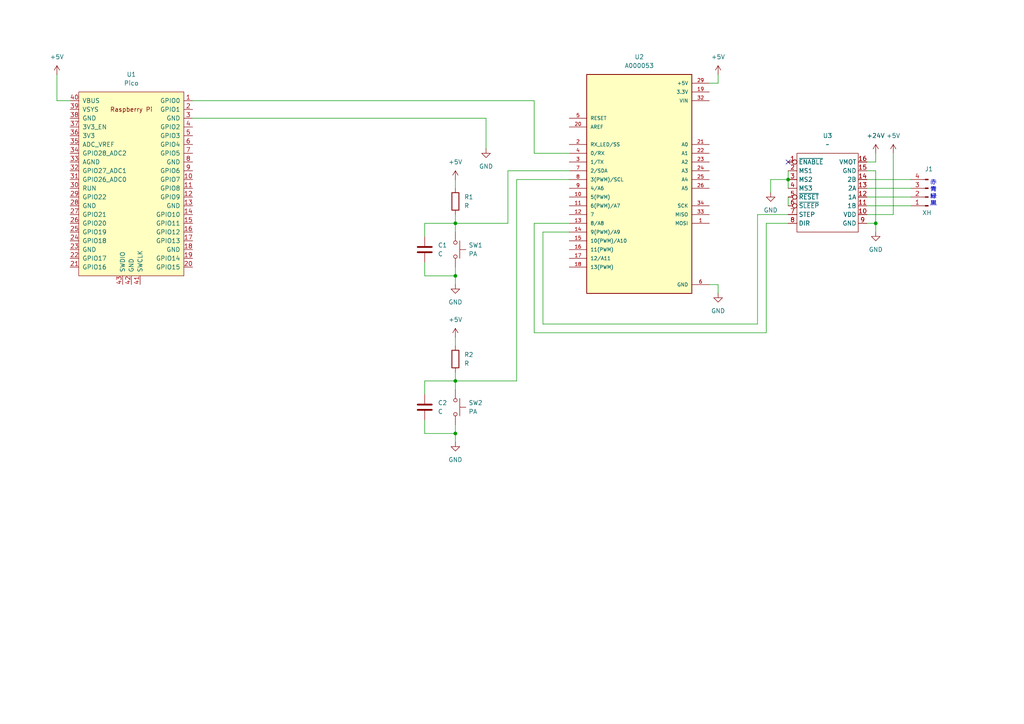
<source format=kicad_sch>
(kicad_sch (version 20250114) (generator "eeschema") (generator_version "9.0")
  (paper "A4")
  (lib_symbols
    (symbol "AllegroMicrosystems:A4988_Module"
      (property "Reference" "U" (at 0 0 0))
      (symbol "A4988_Module_0_1"
        (rectangle (start -8.89 7.62) (end 8.89 -15.24))
      )
      (symbol "A4988_Module_1_1"
        (pin input inverted (at -11.43 5.08 0) (length 2.54) (name "~{ENABLE}") (number "1"))
        (pin input line (at -11.43 2.54 0) (length 2.54) (name "MS1") (number "2"))
        (pin input line (at -11.43 0 0) (length 2.54) (name "MS2") (number "3"))
        (pin input line (at -11.43 -2.54 0) (length 2.54) (name "MS3") (number "4"))
        (pin input inverted (at -11.43 -5.08 0) (length 2.54) (name "~{RESET}") (number "5"))
        (pin input inverted (at -11.43 -7.62 0) (length 2.54) (name "~{SLEEP}") (number "6"))
        (pin input line (at -11.43 -10.16 0) (length 2.54) (name "STEP") (number "7"))
        (pin input line (at -11.43 -12.7 0) (length 2.54) (name "DIR") (number "8"))
        (pin power_in line (at 11.43 5.08 180) (length 2.54) (name "VMOT") (number "16"))
        (pin power_in line (at 11.43 2.54 180) (length 2.54) (name "GND") (number "15"))
        (pin passive line (at 11.43 0 180) (length 2.54) (name "2B") (number "14"))
        (pin passive line (at 11.43 -2.54 180) (length 2.54) (name "2A") (number "13"))
        (pin passive line (at 11.43 -5.08 180) (length 2.54) (name "1A") (number "12"))
        (pin passive line (at 11.43 -7.62 180) (length 2.54) (name "1B") (number "11"))
        (pin power_in line (at 11.43 -10.16 180) (length 2.54) (name "VDD") (number "10"))
        (pin power_in line (at 11.43 -12.7 180) (length 2.54) (name "GND") (number "9"))
      )
    )
    (symbol "ArduinoMicro:A000053" (pin_names (offset 1.016))
      (property "Reference" "U" (at -15.24 31.75 0))
      (property "Value" "A000053" (at -15.24 -34.29 0))
      (symbol "A000053_0_0"
        (rectangle (start -15.24 -33.02) (end 15.24 30.48) (stroke (width 0.254)) (fill (type background)))
        (pin input line (at -20.32 17.78 0) (length 5.08) (hide yes) (name "RESET") (number "30"))
        (pin input line (at -20.32 17.78 0) (length 5.08) (name "RESET") (number "5"))
        (pin input line (at -20.32 15.24 0) (length 5.08) (name "AREF") (number "20"))
        (pin bidirectional line (at -20.32 10.16 0) (length 5.08) (name "RX_LED/SS") (number "2"))
        (pin bidirectional line (at -20.32 7.62 0) (length 5.08) (name "0/RX") (number "4"))
        (pin bidirectional line (at -20.32 5.08 0) (length 5.08) (name "1/TX") (number "3"))
        (pin bidirectional line (at -20.32 2.54 0) (length 5.08) (name "2/SDA") (number "7"))
        (pin bidirectional line (at -20.32 0 0) (length 5.08) (name "3(PWM)/SCL") (number "8"))
        (pin bidirectional line (at -20.32 -2.54 0) (length 5.08) (name "4/A6") (number "9"))
        (pin bidirectional line (at -20.32 -5.08 0) (length 5.08) (name "5(PWM)") (number "10"))
        (pin bidirectional line (at -20.32 -7.62 0) (length 5.08) (name "6(PWM)/A7") (number "11"))
        (pin bidirectional line (at -20.32 -10.16 0) (length 5.08) (name "7") (number "12"))
        (pin bidirectional line (at -20.32 -12.7 0) (length 5.08) (name "8/A8") (number "13"))
        (pin bidirectional line (at -20.32 -15.24 0) (length 5.08) (name "9(PWM)/A9") (number "14"))
        (pin bidirectional line (at -20.32 -17.78 0) (length 5.08) (name "10(PWM)/A10") (number "15"))
        (pin bidirectional line (at -20.32 -20.32 0) (length 5.08) (name "11(PWM)") (number "16"))
        (pin bidirectional line (at -20.32 -22.86 0) (length 5.08) (name "12/A11") (number "17"))
        (pin bidirectional line (at -20.32 -25.4 0) (length 5.08) (name "13(PWM)") (number "18"))
        (pin power_in line (at 20.32 27.94 180) (length 5.08) (name "+5V") (number "29"))
        (pin power_in line (at 20.32 25.4 180) (length 5.08) (name "3.3V") (number "19"))
        (pin power_in line (at 20.32 22.86 180) (length 5.08) (name "VIN") (number "32"))
        (pin bidirectional line (at 20.32 10.16 180) (length 5.08) (name "A0") (number "21"))
        (pin bidirectional line (at 20.32 7.62 180) (length 5.08) (name "A1") (number "22"))
        (pin bidirectional line (at 20.32 5.08 180) (length 5.08) (name "A2") (number "23"))
        (pin bidirectional line (at 20.32 2.54 180) (length 5.08) (name "A3") (number "24"))
        (pin bidirectional line (at 20.32 0 180) (length 5.08) (name "A4") (number "25"))
        (pin bidirectional line (at 20.32 -2.54 180) (length 5.08) (name "A5") (number "26"))
        (pin bidirectional line (at 20.32 -7.62 180) (length 5.08) (name "SCK") (number "34"))
        (pin bidirectional line (at 20.32 -10.16 180) (length 5.08) (name "MISO") (number "33"))
        (pin bidirectional line (at 20.32 -12.7 180) (length 5.08) (name "MOSI") (number "1"))
        (pin power_in line (at 20.32 -30.48 180) (length 5.08) (hide yes) (name "GND") (number "31"))
        (pin power_in line (at 20.32 -30.48 180) (length 5.08) (name "GND") (number "6"))
      )
    )
    (symbol "Connector:Conn_01x04_Pin" (pin_names (offset 1.016) (hide yes))
      (property "Reference" "J" (at 0 5.08 0))
      (property "Value" "Conn_01x04_Pin" (at 0 -7.62 0))
      (symbol "Conn_01x04_Pin_1_1"
        (rectangle (start 0.8636 2.667) (end 0 2.413) (stroke (width 0.1524)) (fill (type outline)))
        (rectangle (start 0.8636 0.127) (end 0 -0.127) (stroke (width 0.1524)) (fill (type outline)))
        (rectangle (start 0.8636 -2.413) (end 0 -2.667) (stroke (width 0.1524)) (fill (type outline)))
        (rectangle (start 0.8636 -4.953) (end 0 -5.207) (stroke (width 0.1524)) (fill (type outline)))
        (polyline (pts (xy 1.27 2.54) (xy 0.8636 2.54)) (stroke (width 0.1524)))
        (polyline (pts (xy 1.27 0) (xy 0.8636 0)) (stroke (width 0.1524)))
        (polyline (pts (xy 1.27 -2.54) (xy 0.8636 -2.54)) (stroke (width 0.1524)))
        (polyline (pts (xy 1.27 -5.08) (xy 0.8636 -5.08)) (stroke (width 0.1524)))
        (pin passive line (at 5.08 2.54 180) (length 3.81) (name "Pin_1") (number "1"))
        (pin passive line (at 5.08 0 180) (length 3.81) (name "Pin_2") (number "2"))
        (pin passive line (at 5.08 -2.54 180) (length 3.81) (name "Pin_3") (number "3"))
        (pin passive line (at 5.08 -5.08 180) (length 3.81) (name "Pin_4") (number "4"))
      )
    )
    (symbol "Device:C" (pin_numbers (hide yes)) (pin_names (offset 0.254))
      (property "Reference" "C" (at 0.635 2.54 0))
      (property "Value" "C" (at 0.635 -2.54 0))
      (symbol "C_0_1"
        (polyline (pts (xy -2.032 0.762) (xy 2.032 0.762)) (stroke (width 0.508)))
        (polyline (pts (xy -2.032 -0.762) (xy 2.032 -0.762)) (stroke (width 0.508)))
      )
      (symbol "C_1_1"
        (pin passive line (at 0 3.81 270) (length 2.794) (name "~") (number "1"))
        (pin passive line (at 0 -3.81 90) (length 2.794) (name "~") (number "2"))
      )
    )
    (symbol "Device:R" (pin_numbers (hide yes)) (pin_names (offset 0))
      (property "Reference" "R" (at 2.032 0 90))
      (property "Value" "R" (at 0 0 90))
      (symbol "R_0_1"
        (rectangle (start -1.016 -2.54) (end 1.016 2.54) (stroke (width 0.254)))
      )
      (symbol "R_1_1"
        (pin passive line (at 0 3.81 270) (length 1.27) (name "~") (number "1"))
        (pin passive line (at 0 -3.81 90) (length 1.27) (name "~") (number "2"))
      )
    )
    (symbol "MCU_RaspberryPi_and_Boards:Pico" (pin_names (offset 1.016))
      (property "Reference" "U" (at -13.97 27.94 0))
      (property "Value" "Pico" (at 0 19.05 0))
      (symbol "Pico_0_0"
        (text "Raspberry Pi" (at 0 21.59 0) (effects (font (size 1.27 1.27))))
      )
      (symbol "Pico_0_1"
        (rectangle (start -15.24 26.67) (end 15.24 -26.67) (fill (type background)))
      )
      (symbol "Pico_1_1"
        (pin bidirectional line (at -17.78 24.13 0) (length 2.54) (name "GPIO0") (number "1"))
        (pin bidirectional line (at -17.78 21.59 0) (length 2.54) (name "GPIO1") (number "2"))
        (pin power_in line (at -17.78 19.05 0) (length 2.54) (name "GND") (number "3"))
        (pin bidirectional line (at -17.78 16.51 0) (length 2.54) (name "GPIO2") (number "4"))
        (pin bidirectional line (at -17.78 13.97 0) (length 2.54) (name "GPIO3") (number "5"))
        (pin bidirectional line (at -17.78 11.43 0) (length 2.54) (name "GPIO4") (number "6"))
        (pin bidirectional line (at -17.78 8.89 0) (length 2.54) (name "GPIO5") (number "7"))
        (pin power_in line (at -17.78 6.35 0) (length 2.54) (name "GND") (number "8"))
        (pin bidirectional line (at -17.78 3.81 0) (length 2.54) (name "GPIO6") (number "9"))
        (pin bidirectional line (at -17.78 1.27 0) (length 2.54) (name "GPIO7") (number "10"))
        (pin bidirectional line (at -17.78 -1.27 0) (length 2.54) (name "GPIO8") (number "11"))
        (pin bidirectional line (at -17.78 -3.81 0) (length 2.54) (name "GPIO9") (number "12"))
        (pin power_in line (at -17.78 -6.35 0) (length 2.54) (name "GND") (number "13"))
        (pin bidirectional line (at -17.78 -8.89 0) (length 2.54) (name "GPIO10") (number "14"))
        (pin bidirectional line (at -17.78 -11.43 0) (length 2.54) (name "GPIO11") (number "15"))
        (pin bidirectional line (at -17.78 -13.97 0) (length 2.54) (name "GPIO12") (number "16"))
        (pin bidirectional line (at -17.78 -16.51 0) (length 2.54) (name "GPIO13") (number "17"))
        (pin power_in line (at -17.78 -19.05 0) (length 2.54) (name "GND") (number "18"))
        (pin bidirectional line (at -17.78 -21.59 0) (length 2.54) (name "GPIO14") (number "19"))
        (pin bidirectional line (at -17.78 -24.13 0) (length 2.54) (name "GPIO15") (number "20"))
        (pin input line (at -2.54 -29.21 90) (length 2.54) (name "SWCLK") (number "41"))
        (pin power_in line (at 0 -29.21 90) (length 2.54) (name "GND") (number "42"))
        (pin bidirectional line (at 2.54 -29.21 90) (length 2.54) (name "SWDIO") (number "43"))
        (pin unspecified line (at 17.78 24.13 180) (length 2.54) (name "VBUS") (number "40"))
        (pin unspecified line (at 17.78 21.59 180) (length 2.54) (name "VSYS") (number "39"))
        (pin bidirectional line (at 17.78 19.05 180) (length 2.54) (name "GND") (number "38"))
        (pin input line (at 17.78 16.51 180) (length 2.54) (name "3V3_EN") (number "37"))
        (pin unspecified line (at 17.78 13.97 180) (length 2.54) (name "3V3") (number "36"))
        (pin unspecified line (at 17.78 11.43 180) (length 2.54) (name "ADC_VREF") (number "35"))
        (pin bidirectional line (at 17.78 8.89 180) (length 2.54) (name "GPIO28_ADC2") (number "34"))
        (pin power_in line (at 17.78 6.35 180) (length 2.54) (name "AGND") (number "33"))
        (pin bidirectional line (at 17.78 3.81 180) (length 2.54) (name "GPIO27_ADC1") (number "32"))
        (pin bidirectional line (at 17.78 1.27 180) (length 2.54) (name "GPIO26_ADC0") (number "31"))
        (pin input line (at 17.78 -1.27 180) (length 2.54) (name "RUN") (number "30"))
        (pin bidirectional line (at 17.78 -3.81 180) (length 2.54) (name "GPIO22") (number "29"))
        (pin power_in line (at 17.78 -6.35 180) (length 2.54) (name "GND") (number "28"))
        (pin bidirectional line (at 17.78 -8.89 180) (length 2.54) (name "GPIO21") (number "27"))
        (pin bidirectional line (at 17.78 -11.43 180) (length 2.54) (name "GPIO20") (number "26"))
        (pin bidirectional line (at 17.78 -13.97 180) (length 2.54) (name "GPIO19") (number "25"))
        (pin bidirectional line (at 17.78 -16.51 180) (length 2.54) (name "GPIO18") (number "24"))
        (pin power_in line (at 17.78 -19.05 180) (length 2.54) (name "GND") (number "23"))
        (pin bidirectional line (at 17.78 -21.59 180) (length 2.54) (name "GPIO17") (number "22"))
        (pin bidirectional line (at 17.78 -24.13 180) (length 2.54) (name "GPIO16") (number "21"))
      )
    )
    (symbol "Switch:SW_MEC_5G" (pin_numbers (hide yes)) (pin_names (offset 1.016) (hide yes))
      (property "Reference" "SW" (at 1.27 2.54 0))
      (property "Value" "SW_MEC_5G" (at 0 -1.524 0))
      (symbol "SW_MEC_5G_0_1"
        (circle (center -2.032 0) (radius 0.508))
        (polyline (pts (xy 0 1.27) (xy 0 3.048)))
        (circle (center 2.032 0) (radius 0.508))
        (polyline (pts (xy 2.54 1.27) (xy -2.54 1.27)))
        (pin passive line (at -5.08 0 0) (length 2.54) (name "A") (number "1"))
        (pin passive line (at 5.08 0 180) (length 2.54) (name "B") (number "3"))
      )
      (symbol "SW_MEC_5G_1_1"
        (pin passive line (at -5.08 0 0) (length 2.54) (hide yes) (name "A") (number "2"))
        (pin passive line (at 5.08 0 180) (length 2.54) (hide yes) (name "B") (number "4"))
      )
    )
    (symbol "power:+24V" (power) (pin_numbers (hide yes)) (pin_names (offset 0) (hide yes))
      (property "Value" "+24V" (at 0 3.556 0))
      (symbol "+24V_0_1"
        (polyline (pts (xy -0.762 1.27) (xy 0 2.54)))
        (polyline (pts (xy 0 2.54) (xy 0.762 1.27)))
        (polyline (pts (xy 0 0) (xy 0 2.54)))
      )
      (symbol "+24V_1_1"
        (pin power_in line (at 0 0 90) (length 0) (name "~") (number "1"))
      )
    )
    (symbol "power:+5V" (power) (pin_numbers (hide yes)) (pin_names (offset 0) (hide yes))
      (property "Value" "+5V" (at 0 3.556 0))
      (symbol "+5V_0_1"
        (polyline (pts (xy -0.762 1.27) (xy 0 2.54)))
        (polyline (pts (xy 0 2.54) (xy 0.762 1.27)))
        (polyline (pts (xy 0 0) (xy 0 2.54)))
      )
      (symbol "+5V_1_1"
        (pin power_in line (at 0 0 90) (length 0) (name "~") (number "1"))
      )
    )
    (symbol "power:GND" (power) (pin_numbers (hide yes)) (pin_names (offset 0) (hide yes))
      (property "Value" "GND" (at 0 -3.81 0))
      (symbol "GND_0_1"
        (polyline (pts (xy 0 0) (xy 0 -1.27) (xy 1.27 -1.27) (xy 0 -2.54) (xy -1.27 -1.27) (xy 0 -1.27)))
      )
      (symbol "GND_1_1"
        (pin power_in line (at 0 0 270) (length 0) (name "~") (number "1"))
      )
    )
  )
  (text "赤\n青\n緑\n黒" (at 270.764 56.134 0) (effects (font (size 1.27 1.27))))
  (junction (at 254 64.77))
  (junction (at 228.6 52.07))
  (junction (at 132.08 110.49))
  (junction (at 132.08 80.01))
  (junction (at 132.08 125.73))
  (junction (at 132.08 64.77))
  (no_connect (at 228.6 46.99))
  (wire (pts (xy 140.97 34.29) (xy 55.88 34.29)))
  (wire (pts (xy 254 49.53) (xy 254 64.77)))
  (wire (pts (xy 219.71 93.98) (xy 219.71 62.23)))
  (wire (pts (xy 154.94 64.77) (xy 165.1 64.77)))
  (wire (pts (xy 123.19 125.73) (xy 123.19 121.92)))
  (wire (pts (xy 132.08 125.73) (xy 132.08 128.27)))
  (wire (pts (xy 132.08 107.95) (xy 132.08 110.49)))
  (wire (pts (xy 254 64.77) (xy 251.46 64.77)))
  (wire (pts (xy 228.6 52.07) (xy 223.52 52.07)))
  (wire (pts (xy 132.08 77.47) (xy 132.08 80.01)))
  (wire (pts (xy 208.28 24.13) (xy 205.74 24.13)))
  (wire (pts (xy 132.08 80.01) (xy 123.19 80.01)))
  (wire (pts (xy 165.1 52.07) (xy 149.86 52.07)))
  (wire (pts (xy 123.19 68.58) (xy 123.19 64.77)))
  (wire (pts (xy 132.08 64.77) (xy 132.08 67.31)))
  (wire (pts (xy 149.86 52.07) (xy 149.86 110.49)))
  (wire (pts (xy 251.46 57.15) (xy 264.16 57.15)))
  (wire (pts (xy 154.94 44.45) (xy 165.1 44.45)))
  (wire (pts (xy 254 46.99) (xy 251.46 46.99)))
  (wire (pts (xy 132.08 123.19) (xy 132.08 125.73)))
  (wire (pts (xy 157.48 67.31) (xy 157.48 93.98)))
  (wire (pts (xy 208.28 82.55) (xy 205.74 82.55)))
  (wire (pts (xy 16.51 29.21) (xy 20.32 29.21)))
  (wire (pts (xy 251.46 52.07) (xy 264.16 52.07)))
  (wire (pts (xy 223.52 52.07) (xy 223.52 55.88)))
  (wire (pts (xy 16.51 21.59) (xy 16.51 29.21)))
  (wire (pts (xy 228.6 49.53) (xy 228.6 52.07)))
  (wire (pts (xy 208.28 85.09) (xy 208.28 82.55)))
  (wire (pts (xy 132.08 125.73) (xy 123.19 125.73)))
  (wire (pts (xy 208.28 21.59) (xy 208.28 24.13)))
  (wire (pts (xy 123.19 110.49) (xy 132.08 110.49)))
  (wire (pts (xy 154.94 96.52) (xy 154.94 64.77)))
  (wire (pts (xy 259.08 44.45) (xy 259.08 62.23)))
  (wire (pts (xy 132.08 62.23) (xy 132.08 64.77)))
  (wire (pts (xy 123.19 114.3) (xy 123.19 110.49)))
  (wire (pts (xy 157.48 93.98) (xy 219.71 93.98)))
  (wire (pts (xy 154.94 29.21) (xy 154.94 44.45)))
  (wire (pts (xy 254 67.31) (xy 254 64.77)))
  (wire (pts (xy 251.46 62.23) (xy 259.08 62.23)))
  (wire (pts (xy 132.08 52.07) (xy 132.08 54.61)))
  (wire (pts (xy 132.08 80.01) (xy 132.08 82.55)))
  (wire (pts (xy 222.25 64.77) (xy 222.25 96.52)))
  (wire (pts (xy 219.71 62.23) (xy 228.6 62.23)))
  (wire (pts (xy 251.46 59.69) (xy 264.16 59.69)))
  (wire (pts (xy 147.32 49.53) (xy 165.1 49.53)))
  (wire (pts (xy 149.86 110.49) (xy 132.08 110.49)))
  (wire (pts (xy 55.88 29.21) (xy 154.94 29.21)))
  (wire (pts (xy 147.32 64.77) (xy 147.32 49.53)))
  (wire (pts (xy 132.08 97.79) (xy 132.08 100.33)))
  (wire (pts (xy 228.6 57.15) (xy 228.6 59.69)))
  (wire (pts (xy 228.6 52.07) (xy 228.6 54.61)))
  (wire (pts (xy 222.25 96.52) (xy 154.94 96.52)))
  (wire (pts (xy 254 44.45) (xy 254 46.99)))
  (wire (pts (xy 123.19 80.01) (xy 123.19 76.2)))
  (wire (pts (xy 132.08 110.49) (xy 132.08 113.03)))
  (wire (pts (xy 251.46 54.61) (xy 264.16 54.61)))
  (wire (pts (xy 140.97 43.18) (xy 140.97 34.29)))
  (wire (pts (xy 251.46 49.53) (xy 254 49.53)))
  (wire (pts (xy 165.1 67.31) (xy 157.48 67.31)))
  (wire (pts (xy 123.19 64.77) (xy 132.08 64.77)))
  (wire (pts (xy 228.6 64.77) (xy 222.25 64.77)))
  (wire (pts (xy 132.08 64.77) (xy 147.32 64.77)))
  (symbol (lib_id "power:GND") (at 132.08 128.27 0) (unit 1)
    (property "Reference" "#PWR010" (effects (hide yes)))
    (property "Value" "GND" (at 132.08 133.35 0))
    (property "Description" "Power symbol creates a global label with name \"GND\" , ground" (effects (hide yes)))
  )
  (symbol (lib_id "power:GND") (at 140.97 43.18 0) (unit 1)
    (property "Reference" "#PWR01" (effects (hide yes)))
    (property "Value" "GND" (at 140.97 48.26 0))
    (property "Description" "Power symbol creates a global label with name \"GND\" , ground" (effects (hide yes)))
  )
  (symbol (lib_id "AllegroMicrosystems:A4988_Module") (at 240.03 52.07 0) (unit 1)
    (property "Reference" "U3" (at 240.03 39.37 0))
    (property "Value" "~" (at 240.03 41.91 0))
  )
  (symbol (lib_id "power:GND") (at 223.52 55.88 0) (unit 1)
    (property "Reference" "#PWR03" (effects (hide yes)))
    (property "Value" "GND" (at 223.52 60.96 0))
    (property "Description" "Power symbol creates a global label with name \"GND\" , ground" (effects (hide yes)))
  )
  (symbol (lib_id "ArduinoMicro:A000053") (at 185.42 52.07 0) (unit 1)
    (property "Reference" "U2" (at 185.42 16.51 0))
    (property "Value" "A000053" (at 185.42 19.05 0))
    (property "Footprint" "A000053:ARDUINO_A000053" (effects (hide yes)))
    (property "MF" "Arduino" (effects (hide yes)))
    (property "Description_1" "Microcontroller board based on the ATmega32u4" (effects (hide yes)))
    (property "Package" "Non-Standard Arduino" (effects (hide yes)))
    (property "Price" "None" (effects (hide yes)))
    (property "Check_prices" "https://www.snapeda.com/parts/Arduino%20Micro/Arduino/view-part/?ref=eda" (effects (hide yes)))
    (property "STANDARD" "Manufacturer Recommendations" (effects (hide yes)))
    (property "PARTREV" "N/A" (effects (hide yes)))
    (property "SnapEDA_Link" "https://www.snapeda.com/parts/Arduino%20Micro/Arduino/view-part/?ref=snap" (effects (hide yes)))
    (property "MP" "Arduino Micro" (effects (hide yes)))
    (property "Availability" "In Stock" (effects (hide yes)))
    (property "MANUFACTURER" "ARDUINO" (effects (hide yes)))
  )
  (symbol (lib_id "Device:R") (at 132.08 58.42 0) (unit 1)
    (property "Reference" "R1" (at 134.62 57.1499 0) (effects (justify left)))
    (property "Value" "R" (at 134.62 59.6899 0) (effects (justify left)))
    (property "Description" "Resistor" (effects (hide yes)))
  )
  (symbol (lib_id "power:GND") (at 208.28 85.09 0) (unit 1)
    (property "Reference" "#PWR011" (effects (hide yes)))
    (property "Value" "GND" (at 208.28 90.17 0))
    (property "Description" "Power symbol creates a global label with name \"GND\" , ground" (effects (hide yes)))
  )
  (symbol (lib_id "power:GND") (at 254 67.31 0) (unit 1)
    (property "Reference" "#PWR05" (effects (hide yes)))
    (property "Value" "GND" (at 254 72.39 0))
    (property "Description" "Power symbol creates a global label with name \"GND\" , ground" (effects (hide yes)))
  )
  (symbol (lib_id "Connector:Conn_01x04_Pin") (at 269.24 57.15 180) (unit 1)
    (property "Reference" "J1" (at 268.224 49.022 0) (effects (justify right)))
    (property "Value" "XH" (at 267.462 61.722 0) (effects (justify right)))
    (property "Description" "Generic connector, single row, 01x04, script generated" (effects (hide yes)))
  )
  (symbol (lib_id "power:GND") (at 132.08 82.55 0) (unit 1)
    (property "Reference" "#PWR08" (effects (hide yes)))
    (property "Value" "GND" (at 132.08 87.63 0))
    (property "Description" "Power symbol creates a global label with name \"GND\" , ground" (effects (hide yes)))
  )
  (symbol (lib_id "Device:C") (at 123.19 72.39 0) (unit 1)
    (property "Reference" "C1" (at 127 71.1199 0) (effects (justify left)))
    (property "Value" "C" (at 127 73.6599 0) (effects (justify left)))
    (property "Description" "Unpolarized capacitor" (effects (hide yes)))
  )
  (symbol (lib_id "power:+5V") (at 259.08 44.45 0) (unit 1)
    (property "Reference" "#PWR06" (effects (hide yes)))
    (property "Value" "+5V" (at 259.08 39.37 0))
    (property "Description" "Power symbol creates a global label with name \"+5V\"" (effects (hide yes)))
  )
  (symbol (lib_id "power:+5V") (at 208.28 21.59 0) (unit 1)
    (property "Reference" "#PWR012" (effects (hide yes)))
    (property "Value" "+5V" (at 208.28 16.51 0))
    (property "Description" "Power symbol creates a global label with name \"+5V\"" (effects (hide yes)))
  )
  (symbol (lib_id "power:+5V") (at 132.08 97.79 0) (unit 1)
    (property "Reference" "#PWR09" (effects (hide yes)))
    (property "Value" "+5V" (at 132.08 92.71 0))
    (property "Description" "Power symbol creates a global label with name \"+5V\"" (effects (hide yes)))
  )
  (symbol (lib_id "power:+5V") (at 132.08 52.07 0) (unit 1)
    (property "Reference" "#PWR07" (effects (hide yes)))
    (property "Value" "+5V" (at 132.08 46.99 0))
    (property "Description" "Power symbol creates a global label with name \"+5V\"" (effects (hide yes)))
  )
  (symbol (lib_id "Switch:SW_MEC_5G") (at 132.08 118.11 270) (unit 1)
    (property "Reference" "SW2" (at 135.89 116.8399 90) (effects (justify left)))
    (property "Value" "PA" (at 135.89 119.3799 90) (effects (justify left)))
    (property "Datasheet" "http://www.apem.com/int/index.php?controller=attachment&id_attachment=488" (effects (hide yes)))
    (property "Description" "MEC 5G single pole normally-open tactile switch" (effects (hide yes)))
  )
  (symbol (lib_id "power:+5V") (at 16.51 21.59 0) (unit 1)
    (property "Reference" "#PWR02" (effects (hide yes)))
    (property "Value" "+5V" (at 16.51 16.51 0))
    (property "Description" "Power symbol creates a global label with name \"+5V\"" (effects (hide yes)))
  )
  (symbol (lib_id "MCU_RaspberryPi_and_Boards:Pico") (at 38.1 53.34 0) (mirror y) (unit 1)
    (property "Reference" "U1" (at 38.1 21.59 0))
    (property "Value" "Pico" (at 38.1 24.13 0))
    (property "Footprint" "RPi_Pico:RPi_Pico_SMD_TH" (effects (hide yes)))
  )
  (symbol (lib_id "power:+24V") (at 254 44.45 0) (unit 1)
    (property "Reference" "#PWR04" (effects (hide yes)))
    (property "Value" "+24V" (at 254 39.37 0))
    (property "Description" "Power symbol creates a global label with name \"+24V\"" (effects (hide yes)))
  )
  (symbol (lib_id "Switch:SW_MEC_5G") (at 132.08 72.39 270) (unit 1)
    (property "Reference" "SW1" (at 135.89 71.1199 90) (effects (justify left)))
    (property "Value" "PA" (at 135.89 73.6599 90) (effects (justify left)))
    (property "Datasheet" "http://www.apem.com/int/index.php?controller=attachment&id_attachment=488" (effects (hide yes)))
    (property "Description" "MEC 5G single pole normally-open tactile switch" (effects (hide yes)))
  )
  (symbol (lib_id "Device:C") (at 123.19 118.11 0) (unit 1)
    (property "Reference" "C2" (at 127 116.8399 0) (effects (justify left)))
    (property "Value" "C" (at 127 119.3799 0) (effects (justify left)))
    (property "Description" "Unpolarized capacitor" (effects (hide yes)))
  )
  (symbol (lib_id "Device:R") (at 132.08 104.14 0) (unit 1)
    (property "Reference" "R2" (at 134.62 102.8699 0) (effects (justify left)))
    (property "Value" "R" (at 134.62 105.4099 0) (effects (justify left)))
    (property "Description" "Resistor" (effects (hide yes)))
  )
)
</source>
